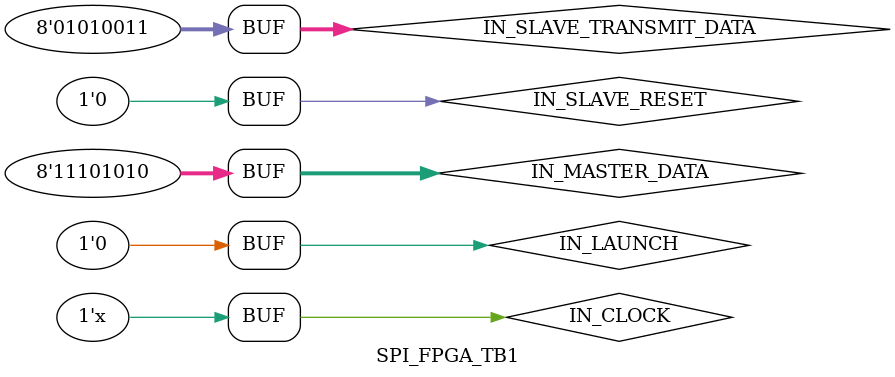
<source format=v>
`timescale 1ns/1ps
module SPI_FPGA_TB1
#(
	parameter BIT_PER_SECOND			=	12500000,
	parameter CLOCK_FREQUENCY			=	50000000,
	parameter PACK_LENGTH				=	8,
	parameter CPOL							=	1'b0,
	parameter CPHA							=	1'b0,
	parameter CLKS_PER_BIT_LOG_2		=	$clog2(CLOCK_FREQUENCY/(BIT_PER_SECOND*2)),
	parameter PACK_LENGTH_LOG_2		=	$clog2(PACK_LENGTH),
	parameter MASTER_PACK_BIT_SEQUENCE_TRANSMIT=1,	//1-major bit forward;0-junior bit forward;
	parameter MASTER_PACK_BIT_SEQUENCE_RECEIVE=1,		//1-major bit forward;0-junior bit forward;
	parameter SLAVE_PACK_BIT_SEQUENCE_TRANSMIT=1,	//1-major bit forward;0-junior bit forward;
	parameter SLAVE_PACK_BIT_SEQUENCE_RECEIVE=1 	//1-major bit forward;0-junior bit forward;
);

	localparam PERIOD_IN_CLOCK_NS=1000000000/CLOCK_FREQUENCY;
	
	wire CS,	MISO,	MOSI, SCLK;
	reg [PACK_LENGTH-1:0]	IN_MASTER_DATA;
	wire [PACK_LENGTH-1:0]	OUT_MASTER_RECEIVE_DATA;
	reg IN_CLOCK, IN_LAUNCH;
	SPI_FPGA_MASTER
	#(
		.BIT_PER_SECOND(BIT_PER_SECOND),
		.CLOCK_FREQUENCY(CLOCK_FREQUENCY),
		.PACK_LENGTH(PACK_LENGTH),
		.CPOL(CPOL),
		.CPHA(CPHA),
		.PACK_BIT_SEQUENCE_TRANSMIT(MASTER_PACK_BIT_SEQUENCE_TRANSMIT),
		.PACK_BIT_SEQUENCE_RECEIVE(MASTER_PACK_BIT_SEQUENCE_RECEIVE)
	)
	MASTER
	(
		IN_CLOCK,
		IN_LAUNCH,
		IN_MASTER_DATA,
		MISO,
		MOSI,
		CS,
		SCLK,
		OUT_MASTER_RECEIVE_DATA,
		OUT_MASTER_ACTION_DONE
	);

	reg [PACK_LENGTH-1:0]	IN_SLAVE_TRANSMIT_DATA;
	wire [PACK_LENGTH-1:0]	OUT_SLAVE_RECEIVE_DATA;
	reg IN_SLAVE_RESET;
	SPI_FPGA_SLAVE
	#(
		.CPHA(CPHA),
		.CPOL(CPOL),
		.PACK_LENGTH(PACK_LENGTH),
		.PACK_BIT_SEQUENCE_TRANSMIT(SLAVE_PACK_BIT_SEQUENCE_TRANSMIT),
		.PACK_BIT_SEQUENCE_RECEIVE(SLAVE_PACK_BIT_SEQUENCE_RECEIVE)
	)
	SLAVE
	(
		IN_SLAVE_TRANSMIT_DATA,
		MOSI,
		CS,
		SCLK,
		IN_SLAVE_RESET,
		MISO,
		OUT_SLAVE_RECEIVE_DATA
	);
	
	initial begin
		//initial master
		IN_CLOCK=0;
		IN_MASTER_DATA=0;
		IN_LAUNCH=0;
		//initial slave
		IN_SLAVE_TRANSMIT_DATA=0;
		IN_SLAVE_RESET=0;
	end
	always begin
		#(PERIOD_IN_CLOCK_NS/2);
		IN_CLOCK=!IN_CLOCK;
	end
	
	initial begin
		#(PERIOD_IN_CLOCK_NS*10);
		IN_MASTER_DATA=8'b11101010;
		#(PERIOD_IN_CLOCK_NS*3);
		IN_SLAVE_TRANSMIT_DATA=8'b01010011;
		#(PERIOD_IN_CLOCK_NS*3);
		IN_LAUNCH=1;
		#(PERIOD_IN_CLOCK_NS*5);
		IN_LAUNCH=0;
	end	
endmodule

</source>
